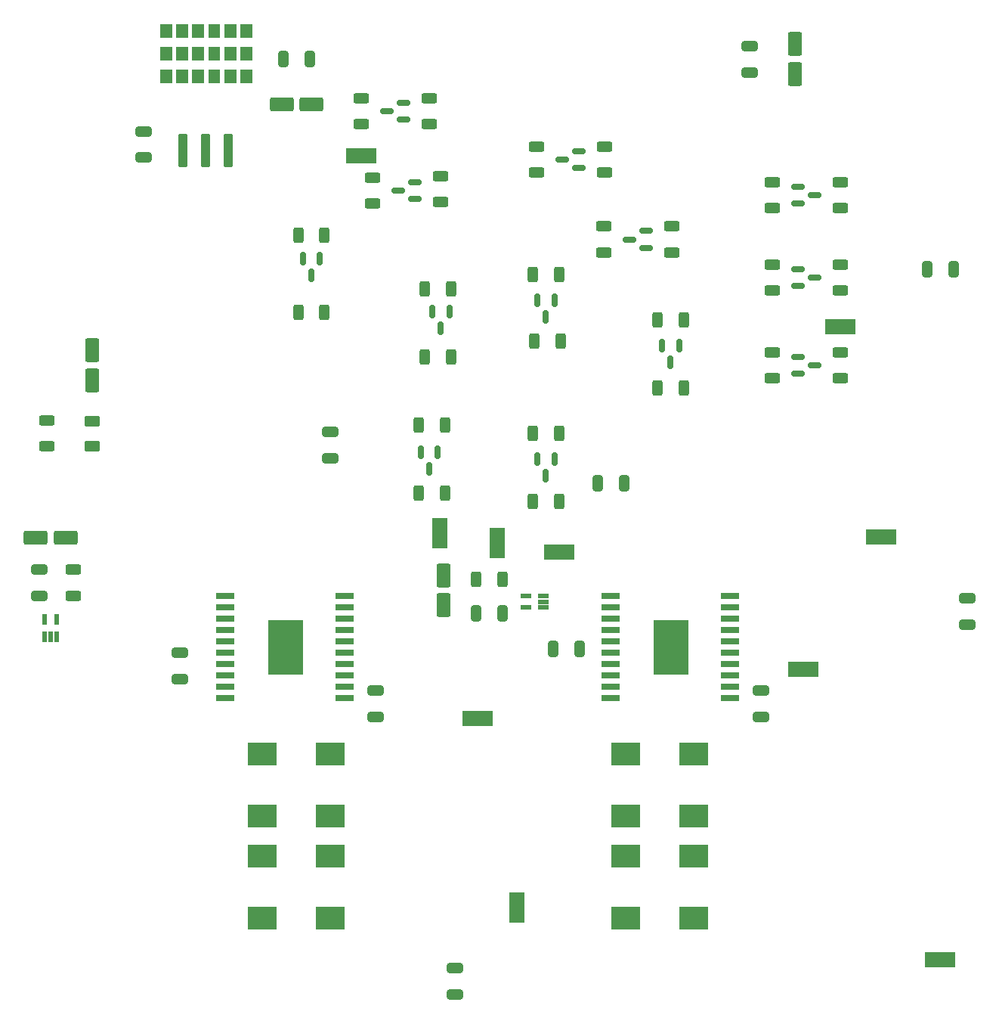
<source format=gtp>
%TF.GenerationSoftware,KiCad,Pcbnew,(6.0.6-0)*%
%TF.CreationDate,2024-03-13T21:53:30-07:00*%
%TF.ProjectId,ESP32Twiddlerino,45535033-3254-4776-9964-646c6572696e,rev?*%
%TF.SameCoordinates,Original*%
%TF.FileFunction,Paste,Top*%
%TF.FilePolarity,Positive*%
%FSLAX46Y46*%
G04 Gerber Fmt 4.6, Leading zero omitted, Abs format (unit mm)*
G04 Created by KiCad (PCBNEW (6.0.6-0)) date 2024-03-13 21:53:30*
%MOMM*%
%LPD*%
G01*
G04 APERTURE LIST*
G04 Aperture macros list*
%AMRoundRect*
0 Rectangle with rounded corners*
0 $1 Rounding radius*
0 $2 $3 $4 $5 $6 $7 $8 $9 X,Y pos of 4 corners*
0 Add a 4 corners polygon primitive as box body*
4,1,4,$2,$3,$4,$5,$6,$7,$8,$9,$2,$3,0*
0 Add four circle primitives for the rounded corners*
1,1,$1+$1,$2,$3*
1,1,$1+$1,$4,$5*
1,1,$1+$1,$6,$7*
1,1,$1+$1,$8,$9*
0 Add four rect primitives between the rounded corners*
20,1,$1+$1,$2,$3,$4,$5,0*
20,1,$1+$1,$4,$5,$6,$7,0*
20,1,$1+$1,$6,$7,$8,$9,0*
20,1,$1+$1,$8,$9,$2,$3,0*%
G04 Aperture macros list end*
%ADD10C,0.010000*%
%ADD11RoundRect,0.150000X-0.150000X0.587500X-0.150000X-0.587500X0.150000X-0.587500X0.150000X0.587500X0*%
%ADD12R,3.400000X1.800000*%
%ADD13RoundRect,0.250000X0.325000X0.650000X-0.325000X0.650000X-0.325000X-0.650000X0.325000X-0.650000X0*%
%ADD14RoundRect,0.250000X-0.325000X-0.650000X0.325000X-0.650000X0.325000X0.650000X-0.325000X0.650000X0*%
%ADD15R,2.000000X0.700000*%
%ADD16R,3.300000X2.500000*%
%ADD17R,1.800000X3.400000*%
%ADD18RoundRect,0.250000X0.650000X-0.325000X0.650000X0.325000X-0.650000X0.325000X-0.650000X-0.325000X0*%
%ADD19RoundRect,0.250000X0.625000X-0.312500X0.625000X0.312500X-0.625000X0.312500X-0.625000X-0.312500X0*%
%ADD20RoundRect,0.118800X0.376200X-1.776200X0.376200X1.776200X-0.376200X1.776200X-0.376200X-1.776200X0*%
%ADD21RoundRect,0.250000X0.625000X-0.375000X0.625000X0.375000X-0.625000X0.375000X-0.625000X-0.375000X0*%
%ADD22RoundRect,0.250000X-0.625000X0.312500X-0.625000X-0.312500X0.625000X-0.312500X0.625000X0.312500X0*%
%ADD23RoundRect,0.250000X0.312500X0.625000X-0.312500X0.625000X-0.312500X-0.625000X0.312500X-0.625000X0*%
%ADD24RoundRect,0.150000X0.587500X0.150000X-0.587500X0.150000X-0.587500X-0.150000X0.587500X-0.150000X0*%
%ADD25RoundRect,0.150000X-0.587500X-0.150000X0.587500X-0.150000X0.587500X0.150000X-0.587500X0.150000X0*%
%ADD26RoundRect,0.250000X-0.650000X0.325000X-0.650000X-0.325000X0.650000X-0.325000X0.650000X0.325000X0*%
%ADD27RoundRect,0.250000X-0.550000X1.075000X-0.550000X-1.075000X0.550000X-1.075000X0.550000X1.075000X0*%
%ADD28RoundRect,0.250000X0.550000X-1.075000X0.550000X1.075000X-0.550000X1.075000X-0.550000X-1.075000X0*%
%ADD29RoundRect,0.250000X1.075000X0.550000X-1.075000X0.550000X-1.075000X-0.550000X1.075000X-0.550000X0*%
%ADD30RoundRect,0.020000X0.180000X-0.575000X0.180000X0.575000X-0.180000X0.575000X-0.180000X-0.575000X0*%
%ADD31RoundRect,0.020000X0.575000X0.180000X-0.575000X0.180000X-0.575000X-0.180000X0.575000X-0.180000X0*%
G04 APERTURE END LIST*
G36*
X207640000Y-103121060D02*
G01*
X203839330Y-103121060D01*
X203839330Y-97120000D01*
X207640000Y-97120000D01*
X207640000Y-103121060D01*
G37*
D10*
X207640000Y-103121060D02*
X203839330Y-103121060D01*
X203839330Y-97120000D01*
X207640000Y-97120000D01*
X207640000Y-103121060D01*
G36*
X149800000Y-34345000D02*
G01*
X148540000Y-34345000D01*
X148540000Y-32895000D01*
X149800000Y-32895000D01*
X149800000Y-34345000D01*
G37*
X149800000Y-34345000D02*
X148540000Y-34345000D01*
X148540000Y-32895000D01*
X149800000Y-32895000D01*
X149800000Y-34345000D01*
G36*
X153400000Y-34345000D02*
G01*
X152140000Y-34345000D01*
X152140000Y-32895000D01*
X153400000Y-32895000D01*
X153400000Y-34345000D01*
G37*
X153400000Y-34345000D02*
X152140000Y-34345000D01*
X152140000Y-32895000D01*
X153400000Y-32895000D01*
X153400000Y-34345000D01*
G36*
X149800000Y-31805000D02*
G01*
X148540000Y-31805000D01*
X148540000Y-30355000D01*
X149800000Y-30355000D01*
X149800000Y-31805000D01*
G37*
X149800000Y-31805000D02*
X148540000Y-31805000D01*
X148540000Y-30355000D01*
X149800000Y-30355000D01*
X149800000Y-31805000D01*
G36*
X151600000Y-31805000D02*
G01*
X150340000Y-31805000D01*
X150340000Y-30355000D01*
X151600000Y-30355000D01*
X151600000Y-31805000D01*
G37*
X151600000Y-31805000D02*
X150340000Y-31805000D01*
X150340000Y-30355000D01*
X151600000Y-30355000D01*
X151600000Y-31805000D01*
G36*
X158800000Y-31805000D02*
G01*
X157540000Y-31805000D01*
X157540000Y-30355000D01*
X158800000Y-30355000D01*
X158800000Y-31805000D01*
G37*
X158800000Y-31805000D02*
X157540000Y-31805000D01*
X157540000Y-30355000D01*
X158800000Y-30355000D01*
X158800000Y-31805000D01*
G36*
X151600000Y-34345000D02*
G01*
X150340000Y-34345000D01*
X150340000Y-32895000D01*
X151600000Y-32895000D01*
X151600000Y-34345000D01*
G37*
X151600000Y-34345000D02*
X150340000Y-34345000D01*
X150340000Y-32895000D01*
X151600000Y-32895000D01*
X151600000Y-34345000D01*
G36*
X149800000Y-36885000D02*
G01*
X148540000Y-36885000D01*
X148540000Y-35435000D01*
X149800000Y-35435000D01*
X149800000Y-36885000D01*
G37*
X149800000Y-36885000D02*
X148540000Y-36885000D01*
X148540000Y-35435000D01*
X149800000Y-35435000D01*
X149800000Y-36885000D01*
G36*
X157000000Y-34345000D02*
G01*
X155740000Y-34345000D01*
X155740000Y-32895000D01*
X157000000Y-32895000D01*
X157000000Y-34345000D01*
G37*
X157000000Y-34345000D02*
X155740000Y-34345000D01*
X155740000Y-32895000D01*
X157000000Y-32895000D01*
X157000000Y-34345000D01*
G36*
X158800000Y-34345000D02*
G01*
X157540000Y-34345000D01*
X157540000Y-32895000D01*
X158800000Y-32895000D01*
X158800000Y-34345000D01*
G37*
X158800000Y-34345000D02*
X157540000Y-34345000D01*
X157540000Y-32895000D01*
X158800000Y-32895000D01*
X158800000Y-34345000D01*
G36*
X157000000Y-31805000D02*
G01*
X155740000Y-31805000D01*
X155740000Y-30355000D01*
X157000000Y-30355000D01*
X157000000Y-31805000D01*
G37*
X157000000Y-31805000D02*
X155740000Y-31805000D01*
X155740000Y-30355000D01*
X157000000Y-30355000D01*
X157000000Y-31805000D01*
G36*
X153400000Y-31805000D02*
G01*
X152140000Y-31805000D01*
X152140000Y-30355000D01*
X153400000Y-30355000D01*
X153400000Y-31805000D01*
G37*
X153400000Y-31805000D02*
X152140000Y-31805000D01*
X152140000Y-30355000D01*
X153400000Y-30355000D01*
X153400000Y-31805000D01*
G36*
X153400000Y-36885000D02*
G01*
X152140000Y-36885000D01*
X152140000Y-35435000D01*
X153400000Y-35435000D01*
X153400000Y-36885000D01*
G37*
X153400000Y-36885000D02*
X152140000Y-36885000D01*
X152140000Y-35435000D01*
X153400000Y-35435000D01*
X153400000Y-36885000D01*
G36*
X155200000Y-31805000D02*
G01*
X153940000Y-31805000D01*
X153940000Y-30355000D01*
X155200000Y-30355000D01*
X155200000Y-31805000D01*
G37*
X155200000Y-31805000D02*
X153940000Y-31805000D01*
X153940000Y-30355000D01*
X155200000Y-30355000D01*
X155200000Y-31805000D01*
G36*
X155200000Y-34345000D02*
G01*
X153940000Y-34345000D01*
X153940000Y-32895000D01*
X155200000Y-32895000D01*
X155200000Y-34345000D01*
G37*
X155200000Y-34345000D02*
X153940000Y-34345000D01*
X153940000Y-32895000D01*
X155200000Y-32895000D01*
X155200000Y-34345000D01*
G36*
X155200000Y-36885000D02*
G01*
X153940000Y-36885000D01*
X153940000Y-35435000D01*
X155200000Y-35435000D01*
X155200000Y-36885000D01*
G37*
X155200000Y-36885000D02*
X153940000Y-36885000D01*
X153940000Y-35435000D01*
X155200000Y-35435000D01*
X155200000Y-36885000D01*
G36*
X151600000Y-36885000D02*
G01*
X150340000Y-36885000D01*
X150340000Y-35435000D01*
X151600000Y-35435000D01*
X151600000Y-36885000D01*
G37*
X151600000Y-36885000D02*
X150340000Y-36885000D01*
X150340000Y-35435000D01*
X151600000Y-35435000D01*
X151600000Y-36885000D01*
G36*
X157000000Y-36885000D02*
G01*
X155740000Y-36885000D01*
X155740000Y-35435000D01*
X157000000Y-35435000D01*
X157000000Y-36885000D01*
G37*
X157000000Y-36885000D02*
X155740000Y-36885000D01*
X155740000Y-35435000D01*
X157000000Y-35435000D01*
X157000000Y-36885000D01*
G36*
X158800000Y-36885000D02*
G01*
X157540000Y-36885000D01*
X157540000Y-35435000D01*
X158800000Y-35435000D01*
X158800000Y-36885000D01*
G37*
X158800000Y-36885000D02*
X157540000Y-36885000D01*
X157540000Y-35435000D01*
X158800000Y-35435000D01*
X158800000Y-36885000D01*
G36*
X164460000Y-103121060D02*
G01*
X160659330Y-103121060D01*
X160659330Y-97120000D01*
X164460000Y-97120000D01*
X164460000Y-103121060D01*
G37*
X164460000Y-103121060D02*
X160659330Y-103121060D01*
X160659330Y-97120000D01*
X164460000Y-97120000D01*
X164460000Y-103121060D01*
D11*
X166431000Y-56593500D03*
X164531000Y-56593500D03*
X165481000Y-58468500D03*
D12*
X171100000Y-45100000D03*
D11*
X206690000Y-66372500D03*
X204790000Y-66372500D03*
X205740000Y-68247500D03*
D13*
X186895000Y-96310000D03*
X183945000Y-96310000D03*
D14*
X234495000Y-57810000D03*
X237445000Y-57810000D03*
D12*
X224750000Y-64250000D03*
D11*
X179639000Y-78262000D03*
X177739000Y-78262000D03*
X178689000Y-80137000D03*
D15*
X199040000Y-94405000D03*
X199040000Y-95675000D03*
X199040000Y-96945000D03*
X199040000Y-98215000D03*
X199040000Y-99485000D03*
X199040000Y-100755000D03*
X199040000Y-102025000D03*
X199040000Y-103295000D03*
X199040000Y-104565000D03*
X199040000Y-105835000D03*
X212440000Y-105835000D03*
X212440000Y-104565000D03*
X212440000Y-103295000D03*
X212440000Y-102025000D03*
X212440000Y-100755000D03*
X212440000Y-99485000D03*
X212440000Y-98215000D03*
X212440000Y-96945000D03*
X212440000Y-95675000D03*
X212440000Y-94405000D03*
D16*
X160000000Y-119000000D03*
X160000000Y-112100000D03*
D17*
X188500000Y-129250000D03*
D18*
X172720000Y-107945000D03*
X172720000Y-104995000D03*
D19*
X178689000Y-41594500D03*
X178689000Y-38669500D03*
D20*
X151130000Y-44500000D03*
X153670000Y-44500000D03*
X156210000Y-44500000D03*
D13*
X165305000Y-34290000D03*
X162355000Y-34290000D03*
D21*
X140970000Y-77600000D03*
X140970000Y-74800000D03*
D22*
X135890000Y-74737500D03*
X135890000Y-77662500D03*
D16*
X200750000Y-130450000D03*
X200750000Y-123550000D03*
D23*
X193232500Y-76200000D03*
X190307500Y-76200000D03*
D22*
X224790000Y-48067500D03*
X224790000Y-50992500D03*
D24*
X175816500Y-41082000D03*
X175816500Y-39182000D03*
X173941500Y-40132000D03*
D18*
X215900000Y-107945000D03*
X215900000Y-104995000D03*
D23*
X180471500Y-82839500D03*
X177546500Y-82839500D03*
D22*
X224790000Y-57277500D03*
X224790000Y-60202500D03*
D25*
X220042500Y-67630000D03*
X220042500Y-69530000D03*
X221917500Y-68580000D03*
D23*
X181150000Y-67642500D03*
X178225000Y-67642500D03*
D16*
X200750000Y-119020000D03*
X200750000Y-112120000D03*
D23*
X193232500Y-58420000D03*
X190307500Y-58420000D03*
D19*
X198247000Y-55945500D03*
X198247000Y-53020500D03*
D14*
X192630000Y-100330000D03*
X195580000Y-100330000D03*
D19*
X172339000Y-50462000D03*
X172339000Y-47537000D03*
D18*
X214630000Y-35765000D03*
X214630000Y-32815000D03*
D25*
X220042500Y-57790000D03*
X220042500Y-59690000D03*
X221917500Y-58740000D03*
D19*
X171069000Y-41594500D03*
X171069000Y-38669500D03*
D26*
X239000000Y-94655000D03*
X239000000Y-97605000D03*
D12*
X184100000Y-108100000D03*
D22*
X217170000Y-48067500D03*
X217170000Y-50992500D03*
D23*
X181150000Y-60022500D03*
X178225000Y-60022500D03*
D27*
X180340000Y-92095000D03*
X180340000Y-95445000D03*
D25*
X220042500Y-48580000D03*
X220042500Y-50480000D03*
X221917500Y-49530000D03*
D12*
X193300000Y-89500000D03*
X235975000Y-135125000D03*
D16*
X167620000Y-119000000D03*
X167620000Y-112100000D03*
D22*
X217170000Y-57277500D03*
X217170000Y-60202500D03*
D24*
X195501500Y-46481500D03*
X195501500Y-44581500D03*
X193626500Y-45531500D03*
D15*
X155860000Y-94405000D03*
X155860000Y-95675000D03*
X155860000Y-96945000D03*
X155860000Y-98215000D03*
X155860000Y-99485000D03*
X155860000Y-100755000D03*
X155860000Y-102025000D03*
X155860000Y-103295000D03*
X155860000Y-104565000D03*
X155860000Y-105835000D03*
X169260000Y-105835000D03*
X169260000Y-104565000D03*
X169260000Y-103295000D03*
X169260000Y-102025000D03*
X169260000Y-100755000D03*
X169260000Y-99485000D03*
X169260000Y-98215000D03*
X169260000Y-96945000D03*
X169260000Y-95675000D03*
X169260000Y-94405000D03*
D12*
X229325000Y-87800000D03*
D23*
X166943500Y-53975000D03*
X164018500Y-53975000D03*
D12*
X220575000Y-102575000D03*
D16*
X208370000Y-119020000D03*
X208370000Y-112120000D03*
D17*
X179900000Y-87400000D03*
D28*
X140970000Y-70255000D03*
X140970000Y-66905000D03*
D19*
X179959000Y-50292000D03*
X179959000Y-47367000D03*
D23*
X207202500Y-63500000D03*
X204277500Y-63500000D03*
D19*
X190754000Y-46994000D03*
X190754000Y-44069000D03*
D27*
X219710000Y-32615000D03*
X219710000Y-35965000D03*
D16*
X167620000Y-130430000D03*
X167620000Y-123530000D03*
D24*
X202994500Y-55433000D03*
X202994500Y-53533000D03*
X201119500Y-54483000D03*
D26*
X167640000Y-75995000D03*
X167640000Y-78945000D03*
D18*
X146660000Y-45315000D03*
X146660000Y-42365000D03*
D16*
X208370000Y-130450000D03*
X208370000Y-123550000D03*
D18*
X135010000Y-94387500D03*
X135010000Y-91437500D03*
X181550000Y-139005000D03*
X181550000Y-136055000D03*
D23*
X166943500Y-62611000D03*
X164018500Y-62611000D03*
D29*
X137955000Y-87832500D03*
X134605000Y-87832500D03*
D17*
X186300000Y-88500000D03*
D23*
X180471500Y-75219500D03*
X177546500Y-75219500D03*
D19*
X138820000Y-94375000D03*
X138820000Y-91450000D03*
D29*
X165505000Y-39370000D03*
X162155000Y-39370000D03*
D23*
X186882500Y-92500000D03*
X183957500Y-92500000D03*
D30*
X135630000Y-98952500D03*
X136280000Y-98952500D03*
X136930000Y-98952500D03*
X136930000Y-97032500D03*
X135630000Y-97032500D03*
D23*
X193425000Y-65870000D03*
X190500000Y-65870000D03*
D31*
X191460000Y-95690000D03*
X191460000Y-95040000D03*
X191460000Y-94390000D03*
X189540000Y-94390000D03*
X189540000Y-95690000D03*
D24*
X177086500Y-49949500D03*
X177086500Y-48049500D03*
X175211500Y-48999500D03*
D11*
X180957500Y-62562500D03*
X179057500Y-62562500D03*
X180007500Y-64437500D03*
D18*
X150749000Y-103710000D03*
X150749000Y-100760000D03*
D16*
X160000000Y-130430000D03*
X160000000Y-123530000D03*
D11*
X192720000Y-61292500D03*
X190820000Y-61292500D03*
X191770000Y-63167500D03*
D22*
X224790000Y-67117500D03*
X224790000Y-70042500D03*
D23*
X207202500Y-71120000D03*
X204277500Y-71120000D03*
D19*
X205867000Y-55945500D03*
X205867000Y-53020500D03*
D11*
X192720000Y-79072500D03*
X190820000Y-79072500D03*
X191770000Y-80947500D03*
D14*
X197605000Y-81800000D03*
X200555000Y-81800000D03*
D19*
X198374000Y-46994000D03*
X198374000Y-44069000D03*
D23*
X193232500Y-83820000D03*
X190307500Y-83820000D03*
D22*
X217170000Y-67117500D03*
X217170000Y-70042500D03*
M02*

</source>
